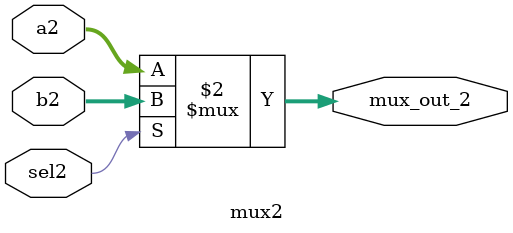
<source format=v>
`timescale 1ns / 1ps



module mux2(sel2,a2,b2,mux_out_2);
input sel2;
input [31:0] a2,b2;
output [31:0] mux_out_2;
assign mux_out_2= (sel2==1'b0) ? a2 : b2;
endmodule

</source>
